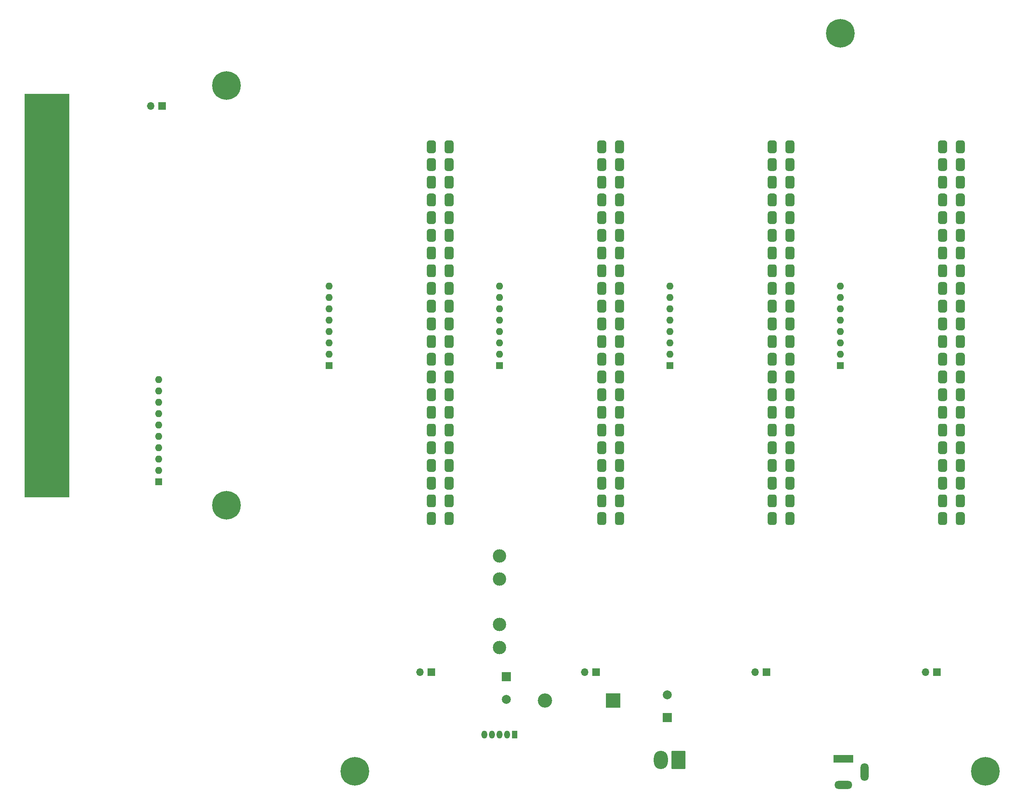
<source format=gbr>
%TF.GenerationSoftware,KiCad,Pcbnew,(5.1.10)-1*%
%TF.CreationDate,2022-08-24T18:43:54-04:00*%
%TF.ProjectId,VIC-20-Rear-Expander,5649432d-3230-42d5-9265-61722d457870,2*%
%TF.SameCoordinates,Original*%
%TF.FileFunction,Soldermask,Bot*%
%TF.FilePolarity,Negative*%
%FSLAX46Y46*%
G04 Gerber Fmt 4.6, Leading zero omitted, Abs format (unit mm)*
G04 Created by KiCad (PCBNEW (5.1.10)-1) date 2022-08-24 18:43:54*
%MOMM*%
%LPD*%
G01*
G04 APERTURE LIST*
%ADD10C,0.100000*%
%ADD11R,9.500000X2.250000*%
%ADD12R,3.200000X3.200000*%
%ADD13O,3.200000X3.200000*%
%ADD14C,3.000000*%
%ADD15O,1.800000X4.000000*%
%ADD16O,4.000000X1.800000*%
%ADD17R,4.400000X1.800000*%
%ADD18R,1.600000X1.600000*%
%ADD19O,1.600000X1.600000*%
%ADD20R,1.700000X1.700000*%
%ADD21O,1.700000X1.700000*%
%ADD22R,1.275000X1.800000*%
%ADD23O,1.275000X1.800000*%
%ADD24R,2.000000X2.000000*%
%ADD25C,2.000000*%
%ADD26O,3.160000X4.100000*%
%ADD27C,6.400000*%
%ADD28C,0.800000*%
G04 APERTURE END LIST*
D10*
%TO.C,X1*%
G36*
X64635000Y-66860000D02*
G01*
X64635000Y-157060000D01*
X74585000Y-157060000D01*
X74585000Y-66860000D01*
X64635000Y-66860000D01*
G37*
X64635000Y-66860000D02*
X64635000Y-157060000D01*
X74585000Y-157060000D01*
X74585000Y-66860000D01*
X64635000Y-66860000D01*
%TD*%
%TO.C,X2*%
G36*
G01*
X160035000Y-80165000D02*
X159035000Y-80165000D01*
G75*
G02*
X158535000Y-79665000I0J500000D01*
G01*
X158535000Y-77815000D01*
G75*
G02*
X159035000Y-77315000I500000J0D01*
G01*
X160035000Y-77315000D01*
G75*
G02*
X160535000Y-77815000I0J-500000D01*
G01*
X160535000Y-79665000D01*
G75*
G02*
X160035000Y-80165000I-500000J0D01*
G01*
G37*
G36*
G01*
X160035000Y-84125000D02*
X159035000Y-84125000D01*
G75*
G02*
X158535000Y-83625000I0J500000D01*
G01*
X158535000Y-81775000D01*
G75*
G02*
X159035000Y-81275000I500000J0D01*
G01*
X160035000Y-81275000D01*
G75*
G02*
X160535000Y-81775000I0J-500000D01*
G01*
X160535000Y-83625000D01*
G75*
G02*
X160035000Y-84125000I-500000J0D01*
G01*
G37*
G36*
G01*
X160035000Y-88085000D02*
X159035000Y-88085000D01*
G75*
G02*
X158535000Y-87585000I0J500000D01*
G01*
X158535000Y-85735000D01*
G75*
G02*
X159035000Y-85235000I500000J0D01*
G01*
X160035000Y-85235000D01*
G75*
G02*
X160535000Y-85735000I0J-500000D01*
G01*
X160535000Y-87585000D01*
G75*
G02*
X160035000Y-88085000I-500000J0D01*
G01*
G37*
G36*
G01*
X160035000Y-92045000D02*
X159035000Y-92045000D01*
G75*
G02*
X158535000Y-91545000I0J500000D01*
G01*
X158535000Y-89695000D01*
G75*
G02*
X159035000Y-89195000I500000J0D01*
G01*
X160035000Y-89195000D01*
G75*
G02*
X160535000Y-89695000I0J-500000D01*
G01*
X160535000Y-91545000D01*
G75*
G02*
X160035000Y-92045000I-500000J0D01*
G01*
G37*
G36*
G01*
X160035000Y-96005000D02*
X159035000Y-96005000D01*
G75*
G02*
X158535000Y-95505000I0J500000D01*
G01*
X158535000Y-93655000D01*
G75*
G02*
X159035000Y-93155000I500000J0D01*
G01*
X160035000Y-93155000D01*
G75*
G02*
X160535000Y-93655000I0J-500000D01*
G01*
X160535000Y-95505000D01*
G75*
G02*
X160035000Y-96005000I-500000J0D01*
G01*
G37*
G36*
G01*
X160035000Y-99965000D02*
X159035000Y-99965000D01*
G75*
G02*
X158535000Y-99465000I0J500000D01*
G01*
X158535000Y-97615000D01*
G75*
G02*
X159035000Y-97115000I500000J0D01*
G01*
X160035000Y-97115000D01*
G75*
G02*
X160535000Y-97615000I0J-500000D01*
G01*
X160535000Y-99465000D01*
G75*
G02*
X160035000Y-99965000I-500000J0D01*
G01*
G37*
G36*
G01*
X160035000Y-103925000D02*
X159035000Y-103925000D01*
G75*
G02*
X158535000Y-103425000I0J500000D01*
G01*
X158535000Y-101575000D01*
G75*
G02*
X159035000Y-101075000I500000J0D01*
G01*
X160035000Y-101075000D01*
G75*
G02*
X160535000Y-101575000I0J-500000D01*
G01*
X160535000Y-103425000D01*
G75*
G02*
X160035000Y-103925000I-500000J0D01*
G01*
G37*
G36*
G01*
X160035000Y-107885000D02*
X159035000Y-107885000D01*
G75*
G02*
X158535000Y-107385000I0J500000D01*
G01*
X158535000Y-105535000D01*
G75*
G02*
X159035000Y-105035000I500000J0D01*
G01*
X160035000Y-105035000D01*
G75*
G02*
X160535000Y-105535000I0J-500000D01*
G01*
X160535000Y-107385000D01*
G75*
G02*
X160035000Y-107885000I-500000J0D01*
G01*
G37*
G36*
G01*
X160035000Y-111845000D02*
X159035000Y-111845000D01*
G75*
G02*
X158535000Y-111345000I0J500000D01*
G01*
X158535000Y-109495000D01*
G75*
G02*
X159035000Y-108995000I500000J0D01*
G01*
X160035000Y-108995000D01*
G75*
G02*
X160535000Y-109495000I0J-500000D01*
G01*
X160535000Y-111345000D01*
G75*
G02*
X160035000Y-111845000I-500000J0D01*
G01*
G37*
G36*
G01*
X160035000Y-115805000D02*
X159035000Y-115805000D01*
G75*
G02*
X158535000Y-115305000I0J500000D01*
G01*
X158535000Y-113455000D01*
G75*
G02*
X159035000Y-112955000I500000J0D01*
G01*
X160035000Y-112955000D01*
G75*
G02*
X160535000Y-113455000I0J-500000D01*
G01*
X160535000Y-115305000D01*
G75*
G02*
X160035000Y-115805000I-500000J0D01*
G01*
G37*
G36*
G01*
X160035000Y-119765000D02*
X159035000Y-119765000D01*
G75*
G02*
X158535000Y-119265000I0J500000D01*
G01*
X158535000Y-117415000D01*
G75*
G02*
X159035000Y-116915000I500000J0D01*
G01*
X160035000Y-116915000D01*
G75*
G02*
X160535000Y-117415000I0J-500000D01*
G01*
X160535000Y-119265000D01*
G75*
G02*
X160035000Y-119765000I-500000J0D01*
G01*
G37*
G36*
G01*
X160035000Y-123725000D02*
X159035000Y-123725000D01*
G75*
G02*
X158535000Y-123225000I0J500000D01*
G01*
X158535000Y-121375000D01*
G75*
G02*
X159035000Y-120875000I500000J0D01*
G01*
X160035000Y-120875000D01*
G75*
G02*
X160535000Y-121375000I0J-500000D01*
G01*
X160535000Y-123225000D01*
G75*
G02*
X160035000Y-123725000I-500000J0D01*
G01*
G37*
G36*
G01*
X160035000Y-127685000D02*
X159035000Y-127685000D01*
G75*
G02*
X158535000Y-127185000I0J500000D01*
G01*
X158535000Y-125335000D01*
G75*
G02*
X159035000Y-124835000I500000J0D01*
G01*
X160035000Y-124835000D01*
G75*
G02*
X160535000Y-125335000I0J-500000D01*
G01*
X160535000Y-127185000D01*
G75*
G02*
X160035000Y-127685000I-500000J0D01*
G01*
G37*
G36*
G01*
X160035000Y-131645000D02*
X159035000Y-131645000D01*
G75*
G02*
X158535000Y-131145000I0J500000D01*
G01*
X158535000Y-129295000D01*
G75*
G02*
X159035000Y-128795000I500000J0D01*
G01*
X160035000Y-128795000D01*
G75*
G02*
X160535000Y-129295000I0J-500000D01*
G01*
X160535000Y-131145000D01*
G75*
G02*
X160035000Y-131645000I-500000J0D01*
G01*
G37*
G36*
G01*
X160035000Y-135605000D02*
X159035000Y-135605000D01*
G75*
G02*
X158535000Y-135105000I0J500000D01*
G01*
X158535000Y-133255000D01*
G75*
G02*
X159035000Y-132755000I500000J0D01*
G01*
X160035000Y-132755000D01*
G75*
G02*
X160535000Y-133255000I0J-500000D01*
G01*
X160535000Y-135105000D01*
G75*
G02*
X160035000Y-135605000I-500000J0D01*
G01*
G37*
G36*
G01*
X160035000Y-139565000D02*
X159035000Y-139565000D01*
G75*
G02*
X158535000Y-139065000I0J500000D01*
G01*
X158535000Y-137215000D01*
G75*
G02*
X159035000Y-136715000I500000J0D01*
G01*
X160035000Y-136715000D01*
G75*
G02*
X160535000Y-137215000I0J-500000D01*
G01*
X160535000Y-139065000D01*
G75*
G02*
X160035000Y-139565000I-500000J0D01*
G01*
G37*
G36*
G01*
X160035000Y-143525000D02*
X159035000Y-143525000D01*
G75*
G02*
X158535000Y-143025000I0J500000D01*
G01*
X158535000Y-141175000D01*
G75*
G02*
X159035000Y-140675000I500000J0D01*
G01*
X160035000Y-140675000D01*
G75*
G02*
X160535000Y-141175000I0J-500000D01*
G01*
X160535000Y-143025000D01*
G75*
G02*
X160035000Y-143525000I-500000J0D01*
G01*
G37*
G36*
G01*
X160035000Y-147485000D02*
X159035000Y-147485000D01*
G75*
G02*
X158535000Y-146985000I0J500000D01*
G01*
X158535000Y-145135000D01*
G75*
G02*
X159035000Y-144635000I500000J0D01*
G01*
X160035000Y-144635000D01*
G75*
G02*
X160535000Y-145135000I0J-500000D01*
G01*
X160535000Y-146985000D01*
G75*
G02*
X160035000Y-147485000I-500000J0D01*
G01*
G37*
G36*
G01*
X160035000Y-151445000D02*
X159035000Y-151445000D01*
G75*
G02*
X158535000Y-150945000I0J500000D01*
G01*
X158535000Y-149095000D01*
G75*
G02*
X159035000Y-148595000I500000J0D01*
G01*
X160035000Y-148595000D01*
G75*
G02*
X160535000Y-149095000I0J-500000D01*
G01*
X160535000Y-150945000D01*
G75*
G02*
X160035000Y-151445000I-500000J0D01*
G01*
G37*
G36*
G01*
X160035000Y-155405000D02*
X159035000Y-155405000D01*
G75*
G02*
X158535000Y-154905000I0J500000D01*
G01*
X158535000Y-153055000D01*
G75*
G02*
X159035000Y-152555000I500000J0D01*
G01*
X160035000Y-152555000D01*
G75*
G02*
X160535000Y-153055000I0J-500000D01*
G01*
X160535000Y-154905000D01*
G75*
G02*
X160035000Y-155405000I-500000J0D01*
G01*
G37*
G36*
G01*
X160035000Y-159365000D02*
X159035000Y-159365000D01*
G75*
G02*
X158535000Y-158865000I0J500000D01*
G01*
X158535000Y-157015000D01*
G75*
G02*
X159035000Y-156515000I500000J0D01*
G01*
X160035000Y-156515000D01*
G75*
G02*
X160535000Y-157015000I0J-500000D01*
G01*
X160535000Y-158865000D01*
G75*
G02*
X160035000Y-159365000I-500000J0D01*
G01*
G37*
G36*
G01*
X160035000Y-163325000D02*
X159035000Y-163325000D01*
G75*
G02*
X158535000Y-162825000I0J500000D01*
G01*
X158535000Y-160975000D01*
G75*
G02*
X159035000Y-160475000I500000J0D01*
G01*
X160035000Y-160475000D01*
G75*
G02*
X160535000Y-160975000I0J-500000D01*
G01*
X160535000Y-162825000D01*
G75*
G02*
X160035000Y-163325000I-500000J0D01*
G01*
G37*
G36*
G01*
X156075000Y-80165000D02*
X155075000Y-80165000D01*
G75*
G02*
X154575000Y-79665000I0J500000D01*
G01*
X154575000Y-77815000D01*
G75*
G02*
X155075000Y-77315000I500000J0D01*
G01*
X156075000Y-77315000D01*
G75*
G02*
X156575000Y-77815000I0J-500000D01*
G01*
X156575000Y-79665000D01*
G75*
G02*
X156075000Y-80165000I-500000J0D01*
G01*
G37*
G36*
G01*
X156075000Y-84125000D02*
X155075000Y-84125000D01*
G75*
G02*
X154575000Y-83625000I0J500000D01*
G01*
X154575000Y-81775000D01*
G75*
G02*
X155075000Y-81275000I500000J0D01*
G01*
X156075000Y-81275000D01*
G75*
G02*
X156575000Y-81775000I0J-500000D01*
G01*
X156575000Y-83625000D01*
G75*
G02*
X156075000Y-84125000I-500000J0D01*
G01*
G37*
G36*
G01*
X156075000Y-88085000D02*
X155075000Y-88085000D01*
G75*
G02*
X154575000Y-87585000I0J500000D01*
G01*
X154575000Y-85735000D01*
G75*
G02*
X155075000Y-85235000I500000J0D01*
G01*
X156075000Y-85235000D01*
G75*
G02*
X156575000Y-85735000I0J-500000D01*
G01*
X156575000Y-87585000D01*
G75*
G02*
X156075000Y-88085000I-500000J0D01*
G01*
G37*
G36*
G01*
X156075000Y-92045000D02*
X155075000Y-92045000D01*
G75*
G02*
X154575000Y-91545000I0J500000D01*
G01*
X154575000Y-89695000D01*
G75*
G02*
X155075000Y-89195000I500000J0D01*
G01*
X156075000Y-89195000D01*
G75*
G02*
X156575000Y-89695000I0J-500000D01*
G01*
X156575000Y-91545000D01*
G75*
G02*
X156075000Y-92045000I-500000J0D01*
G01*
G37*
G36*
G01*
X156075000Y-96005000D02*
X155075000Y-96005000D01*
G75*
G02*
X154575000Y-95505000I0J500000D01*
G01*
X154575000Y-93655000D01*
G75*
G02*
X155075000Y-93155000I500000J0D01*
G01*
X156075000Y-93155000D01*
G75*
G02*
X156575000Y-93655000I0J-500000D01*
G01*
X156575000Y-95505000D01*
G75*
G02*
X156075000Y-96005000I-500000J0D01*
G01*
G37*
G36*
G01*
X156075000Y-99965000D02*
X155075000Y-99965000D01*
G75*
G02*
X154575000Y-99465000I0J500000D01*
G01*
X154575000Y-97615000D01*
G75*
G02*
X155075000Y-97115000I500000J0D01*
G01*
X156075000Y-97115000D01*
G75*
G02*
X156575000Y-97615000I0J-500000D01*
G01*
X156575000Y-99465000D01*
G75*
G02*
X156075000Y-99965000I-500000J0D01*
G01*
G37*
G36*
G01*
X156075000Y-103925000D02*
X155075000Y-103925000D01*
G75*
G02*
X154575000Y-103425000I0J500000D01*
G01*
X154575000Y-101575000D01*
G75*
G02*
X155075000Y-101075000I500000J0D01*
G01*
X156075000Y-101075000D01*
G75*
G02*
X156575000Y-101575000I0J-500000D01*
G01*
X156575000Y-103425000D01*
G75*
G02*
X156075000Y-103925000I-500000J0D01*
G01*
G37*
G36*
G01*
X156075000Y-107885000D02*
X155075000Y-107885000D01*
G75*
G02*
X154575000Y-107385000I0J500000D01*
G01*
X154575000Y-105535000D01*
G75*
G02*
X155075000Y-105035000I500000J0D01*
G01*
X156075000Y-105035000D01*
G75*
G02*
X156575000Y-105535000I0J-500000D01*
G01*
X156575000Y-107385000D01*
G75*
G02*
X156075000Y-107885000I-500000J0D01*
G01*
G37*
G36*
G01*
X156075000Y-111845000D02*
X155075000Y-111845000D01*
G75*
G02*
X154575000Y-111345000I0J500000D01*
G01*
X154575000Y-109495000D01*
G75*
G02*
X155075000Y-108995000I500000J0D01*
G01*
X156075000Y-108995000D01*
G75*
G02*
X156575000Y-109495000I0J-500000D01*
G01*
X156575000Y-111345000D01*
G75*
G02*
X156075000Y-111845000I-500000J0D01*
G01*
G37*
G36*
G01*
X156075000Y-115805000D02*
X155075000Y-115805000D01*
G75*
G02*
X154575000Y-115305000I0J500000D01*
G01*
X154575000Y-113455000D01*
G75*
G02*
X155075000Y-112955000I500000J0D01*
G01*
X156075000Y-112955000D01*
G75*
G02*
X156575000Y-113455000I0J-500000D01*
G01*
X156575000Y-115305000D01*
G75*
G02*
X156075000Y-115805000I-500000J0D01*
G01*
G37*
G36*
G01*
X156075000Y-119765000D02*
X155075000Y-119765000D01*
G75*
G02*
X154575000Y-119265000I0J500000D01*
G01*
X154575000Y-117415000D01*
G75*
G02*
X155075000Y-116915000I500000J0D01*
G01*
X156075000Y-116915000D01*
G75*
G02*
X156575000Y-117415000I0J-500000D01*
G01*
X156575000Y-119265000D01*
G75*
G02*
X156075000Y-119765000I-500000J0D01*
G01*
G37*
G36*
G01*
X156075000Y-123725000D02*
X155075000Y-123725000D01*
G75*
G02*
X154575000Y-123225000I0J500000D01*
G01*
X154575000Y-121375000D01*
G75*
G02*
X155075000Y-120875000I500000J0D01*
G01*
X156075000Y-120875000D01*
G75*
G02*
X156575000Y-121375000I0J-500000D01*
G01*
X156575000Y-123225000D01*
G75*
G02*
X156075000Y-123725000I-500000J0D01*
G01*
G37*
G36*
G01*
X156075000Y-127685000D02*
X155075000Y-127685000D01*
G75*
G02*
X154575000Y-127185000I0J500000D01*
G01*
X154575000Y-125335000D01*
G75*
G02*
X155075000Y-124835000I500000J0D01*
G01*
X156075000Y-124835000D01*
G75*
G02*
X156575000Y-125335000I0J-500000D01*
G01*
X156575000Y-127185000D01*
G75*
G02*
X156075000Y-127685000I-500000J0D01*
G01*
G37*
G36*
G01*
X156075000Y-131645000D02*
X155075000Y-131645000D01*
G75*
G02*
X154575000Y-131145000I0J500000D01*
G01*
X154575000Y-129295000D01*
G75*
G02*
X155075000Y-128795000I500000J0D01*
G01*
X156075000Y-128795000D01*
G75*
G02*
X156575000Y-129295000I0J-500000D01*
G01*
X156575000Y-131145000D01*
G75*
G02*
X156075000Y-131645000I-500000J0D01*
G01*
G37*
G36*
G01*
X156075000Y-135605000D02*
X155075000Y-135605000D01*
G75*
G02*
X154575000Y-135105000I0J500000D01*
G01*
X154575000Y-133255000D01*
G75*
G02*
X155075000Y-132755000I500000J0D01*
G01*
X156075000Y-132755000D01*
G75*
G02*
X156575000Y-133255000I0J-500000D01*
G01*
X156575000Y-135105000D01*
G75*
G02*
X156075000Y-135605000I-500000J0D01*
G01*
G37*
G36*
G01*
X156075000Y-139565000D02*
X155075000Y-139565000D01*
G75*
G02*
X154575000Y-139065000I0J500000D01*
G01*
X154575000Y-137215000D01*
G75*
G02*
X155075000Y-136715000I500000J0D01*
G01*
X156075000Y-136715000D01*
G75*
G02*
X156575000Y-137215000I0J-500000D01*
G01*
X156575000Y-139065000D01*
G75*
G02*
X156075000Y-139565000I-500000J0D01*
G01*
G37*
G36*
G01*
X156075000Y-143525000D02*
X155075000Y-143525000D01*
G75*
G02*
X154575000Y-143025000I0J500000D01*
G01*
X154575000Y-141175000D01*
G75*
G02*
X155075000Y-140675000I500000J0D01*
G01*
X156075000Y-140675000D01*
G75*
G02*
X156575000Y-141175000I0J-500000D01*
G01*
X156575000Y-143025000D01*
G75*
G02*
X156075000Y-143525000I-500000J0D01*
G01*
G37*
G36*
G01*
X156075000Y-147485000D02*
X155075000Y-147485000D01*
G75*
G02*
X154575000Y-146985000I0J500000D01*
G01*
X154575000Y-145135000D01*
G75*
G02*
X155075000Y-144635000I500000J0D01*
G01*
X156075000Y-144635000D01*
G75*
G02*
X156575000Y-145135000I0J-500000D01*
G01*
X156575000Y-146985000D01*
G75*
G02*
X156075000Y-147485000I-500000J0D01*
G01*
G37*
G36*
G01*
X156075000Y-151445000D02*
X155075000Y-151445000D01*
G75*
G02*
X154575000Y-150945000I0J500000D01*
G01*
X154575000Y-149095000D01*
G75*
G02*
X155075000Y-148595000I500000J0D01*
G01*
X156075000Y-148595000D01*
G75*
G02*
X156575000Y-149095000I0J-500000D01*
G01*
X156575000Y-150945000D01*
G75*
G02*
X156075000Y-151445000I-500000J0D01*
G01*
G37*
G36*
G01*
X156075000Y-155405000D02*
X155075000Y-155405000D01*
G75*
G02*
X154575000Y-154905000I0J500000D01*
G01*
X154575000Y-153055000D01*
G75*
G02*
X155075000Y-152555000I500000J0D01*
G01*
X156075000Y-152555000D01*
G75*
G02*
X156575000Y-153055000I0J-500000D01*
G01*
X156575000Y-154905000D01*
G75*
G02*
X156075000Y-155405000I-500000J0D01*
G01*
G37*
G36*
G01*
X156075000Y-159365000D02*
X155075000Y-159365000D01*
G75*
G02*
X154575000Y-158865000I0J500000D01*
G01*
X154575000Y-157015000D01*
G75*
G02*
X155075000Y-156515000I500000J0D01*
G01*
X156075000Y-156515000D01*
G75*
G02*
X156575000Y-157015000I0J-500000D01*
G01*
X156575000Y-158865000D01*
G75*
G02*
X156075000Y-159365000I-500000J0D01*
G01*
G37*
G36*
G01*
X156075000Y-163325000D02*
X155075000Y-163325000D01*
G75*
G02*
X154575000Y-162825000I0J500000D01*
G01*
X154575000Y-160975000D01*
G75*
G02*
X155075000Y-160475000I500000J0D01*
G01*
X156075000Y-160475000D01*
G75*
G02*
X156575000Y-160975000I0J-500000D01*
G01*
X156575000Y-162825000D01*
G75*
G02*
X156075000Y-163325000I-500000J0D01*
G01*
G37*
%TD*%
%TO.C,X3*%
G36*
G01*
X198135000Y-80165000D02*
X197135000Y-80165000D01*
G75*
G02*
X196635000Y-79665000I0J500000D01*
G01*
X196635000Y-77815000D01*
G75*
G02*
X197135000Y-77315000I500000J0D01*
G01*
X198135000Y-77315000D01*
G75*
G02*
X198635000Y-77815000I0J-500000D01*
G01*
X198635000Y-79665000D01*
G75*
G02*
X198135000Y-80165000I-500000J0D01*
G01*
G37*
G36*
G01*
X198135000Y-84125000D02*
X197135000Y-84125000D01*
G75*
G02*
X196635000Y-83625000I0J500000D01*
G01*
X196635000Y-81775000D01*
G75*
G02*
X197135000Y-81275000I500000J0D01*
G01*
X198135000Y-81275000D01*
G75*
G02*
X198635000Y-81775000I0J-500000D01*
G01*
X198635000Y-83625000D01*
G75*
G02*
X198135000Y-84125000I-500000J0D01*
G01*
G37*
G36*
G01*
X198135000Y-88085000D02*
X197135000Y-88085000D01*
G75*
G02*
X196635000Y-87585000I0J500000D01*
G01*
X196635000Y-85735000D01*
G75*
G02*
X197135000Y-85235000I500000J0D01*
G01*
X198135000Y-85235000D01*
G75*
G02*
X198635000Y-85735000I0J-500000D01*
G01*
X198635000Y-87585000D01*
G75*
G02*
X198135000Y-88085000I-500000J0D01*
G01*
G37*
G36*
G01*
X198135000Y-92045000D02*
X197135000Y-92045000D01*
G75*
G02*
X196635000Y-91545000I0J500000D01*
G01*
X196635000Y-89695000D01*
G75*
G02*
X197135000Y-89195000I500000J0D01*
G01*
X198135000Y-89195000D01*
G75*
G02*
X198635000Y-89695000I0J-500000D01*
G01*
X198635000Y-91545000D01*
G75*
G02*
X198135000Y-92045000I-500000J0D01*
G01*
G37*
G36*
G01*
X198135000Y-96005000D02*
X197135000Y-96005000D01*
G75*
G02*
X196635000Y-95505000I0J500000D01*
G01*
X196635000Y-93655000D01*
G75*
G02*
X197135000Y-93155000I500000J0D01*
G01*
X198135000Y-93155000D01*
G75*
G02*
X198635000Y-93655000I0J-500000D01*
G01*
X198635000Y-95505000D01*
G75*
G02*
X198135000Y-96005000I-500000J0D01*
G01*
G37*
G36*
G01*
X198135000Y-99965000D02*
X197135000Y-99965000D01*
G75*
G02*
X196635000Y-99465000I0J500000D01*
G01*
X196635000Y-97615000D01*
G75*
G02*
X197135000Y-97115000I500000J0D01*
G01*
X198135000Y-97115000D01*
G75*
G02*
X198635000Y-97615000I0J-500000D01*
G01*
X198635000Y-99465000D01*
G75*
G02*
X198135000Y-99965000I-500000J0D01*
G01*
G37*
G36*
G01*
X198135000Y-103925000D02*
X197135000Y-103925000D01*
G75*
G02*
X196635000Y-103425000I0J500000D01*
G01*
X196635000Y-101575000D01*
G75*
G02*
X197135000Y-101075000I500000J0D01*
G01*
X198135000Y-101075000D01*
G75*
G02*
X198635000Y-101575000I0J-500000D01*
G01*
X198635000Y-103425000D01*
G75*
G02*
X198135000Y-103925000I-500000J0D01*
G01*
G37*
G36*
G01*
X198135000Y-107885000D02*
X197135000Y-107885000D01*
G75*
G02*
X196635000Y-107385000I0J500000D01*
G01*
X196635000Y-105535000D01*
G75*
G02*
X197135000Y-105035000I500000J0D01*
G01*
X198135000Y-105035000D01*
G75*
G02*
X198635000Y-105535000I0J-500000D01*
G01*
X198635000Y-107385000D01*
G75*
G02*
X198135000Y-107885000I-500000J0D01*
G01*
G37*
G36*
G01*
X198135000Y-111845000D02*
X197135000Y-111845000D01*
G75*
G02*
X196635000Y-111345000I0J500000D01*
G01*
X196635000Y-109495000D01*
G75*
G02*
X197135000Y-108995000I500000J0D01*
G01*
X198135000Y-108995000D01*
G75*
G02*
X198635000Y-109495000I0J-500000D01*
G01*
X198635000Y-111345000D01*
G75*
G02*
X198135000Y-111845000I-500000J0D01*
G01*
G37*
G36*
G01*
X198135000Y-115805000D02*
X197135000Y-115805000D01*
G75*
G02*
X196635000Y-115305000I0J500000D01*
G01*
X196635000Y-113455000D01*
G75*
G02*
X197135000Y-112955000I500000J0D01*
G01*
X198135000Y-112955000D01*
G75*
G02*
X198635000Y-113455000I0J-500000D01*
G01*
X198635000Y-115305000D01*
G75*
G02*
X198135000Y-115805000I-500000J0D01*
G01*
G37*
G36*
G01*
X198135000Y-119765000D02*
X197135000Y-119765000D01*
G75*
G02*
X196635000Y-119265000I0J500000D01*
G01*
X196635000Y-117415000D01*
G75*
G02*
X197135000Y-116915000I500000J0D01*
G01*
X198135000Y-116915000D01*
G75*
G02*
X198635000Y-117415000I0J-500000D01*
G01*
X198635000Y-119265000D01*
G75*
G02*
X198135000Y-119765000I-500000J0D01*
G01*
G37*
G36*
G01*
X198135000Y-123725000D02*
X197135000Y-123725000D01*
G75*
G02*
X196635000Y-123225000I0J500000D01*
G01*
X196635000Y-121375000D01*
G75*
G02*
X197135000Y-120875000I500000J0D01*
G01*
X198135000Y-120875000D01*
G75*
G02*
X198635000Y-121375000I0J-500000D01*
G01*
X198635000Y-123225000D01*
G75*
G02*
X198135000Y-123725000I-500000J0D01*
G01*
G37*
G36*
G01*
X198135000Y-127685000D02*
X197135000Y-127685000D01*
G75*
G02*
X196635000Y-127185000I0J500000D01*
G01*
X196635000Y-125335000D01*
G75*
G02*
X197135000Y-124835000I500000J0D01*
G01*
X198135000Y-124835000D01*
G75*
G02*
X198635000Y-125335000I0J-500000D01*
G01*
X198635000Y-127185000D01*
G75*
G02*
X198135000Y-127685000I-500000J0D01*
G01*
G37*
G36*
G01*
X198135000Y-131645000D02*
X197135000Y-131645000D01*
G75*
G02*
X196635000Y-131145000I0J500000D01*
G01*
X196635000Y-129295000D01*
G75*
G02*
X197135000Y-128795000I500000J0D01*
G01*
X198135000Y-128795000D01*
G75*
G02*
X198635000Y-129295000I0J-500000D01*
G01*
X198635000Y-131145000D01*
G75*
G02*
X198135000Y-131645000I-500000J0D01*
G01*
G37*
G36*
G01*
X198135000Y-135605000D02*
X197135000Y-135605000D01*
G75*
G02*
X196635000Y-135105000I0J500000D01*
G01*
X196635000Y-133255000D01*
G75*
G02*
X197135000Y-132755000I500000J0D01*
G01*
X198135000Y-132755000D01*
G75*
G02*
X198635000Y-133255000I0J-500000D01*
G01*
X198635000Y-135105000D01*
G75*
G02*
X198135000Y-135605000I-500000J0D01*
G01*
G37*
G36*
G01*
X198135000Y-139565000D02*
X197135000Y-139565000D01*
G75*
G02*
X196635000Y-139065000I0J500000D01*
G01*
X196635000Y-137215000D01*
G75*
G02*
X197135000Y-136715000I500000J0D01*
G01*
X198135000Y-136715000D01*
G75*
G02*
X198635000Y-137215000I0J-500000D01*
G01*
X198635000Y-139065000D01*
G75*
G02*
X198135000Y-139565000I-500000J0D01*
G01*
G37*
G36*
G01*
X198135000Y-143525000D02*
X197135000Y-143525000D01*
G75*
G02*
X196635000Y-143025000I0J500000D01*
G01*
X196635000Y-141175000D01*
G75*
G02*
X197135000Y-140675000I500000J0D01*
G01*
X198135000Y-140675000D01*
G75*
G02*
X198635000Y-141175000I0J-500000D01*
G01*
X198635000Y-143025000D01*
G75*
G02*
X198135000Y-143525000I-500000J0D01*
G01*
G37*
G36*
G01*
X198135000Y-147485000D02*
X197135000Y-147485000D01*
G75*
G02*
X196635000Y-146985000I0J500000D01*
G01*
X196635000Y-145135000D01*
G75*
G02*
X197135000Y-144635000I500000J0D01*
G01*
X198135000Y-144635000D01*
G75*
G02*
X198635000Y-145135000I0J-500000D01*
G01*
X198635000Y-146985000D01*
G75*
G02*
X198135000Y-147485000I-500000J0D01*
G01*
G37*
G36*
G01*
X198135000Y-151445000D02*
X197135000Y-151445000D01*
G75*
G02*
X196635000Y-150945000I0J500000D01*
G01*
X196635000Y-149095000D01*
G75*
G02*
X197135000Y-148595000I500000J0D01*
G01*
X198135000Y-148595000D01*
G75*
G02*
X198635000Y-149095000I0J-500000D01*
G01*
X198635000Y-150945000D01*
G75*
G02*
X198135000Y-151445000I-500000J0D01*
G01*
G37*
G36*
G01*
X198135000Y-155405000D02*
X197135000Y-155405000D01*
G75*
G02*
X196635000Y-154905000I0J500000D01*
G01*
X196635000Y-153055000D01*
G75*
G02*
X197135000Y-152555000I500000J0D01*
G01*
X198135000Y-152555000D01*
G75*
G02*
X198635000Y-153055000I0J-500000D01*
G01*
X198635000Y-154905000D01*
G75*
G02*
X198135000Y-155405000I-500000J0D01*
G01*
G37*
G36*
G01*
X198135000Y-159365000D02*
X197135000Y-159365000D01*
G75*
G02*
X196635000Y-158865000I0J500000D01*
G01*
X196635000Y-157015000D01*
G75*
G02*
X197135000Y-156515000I500000J0D01*
G01*
X198135000Y-156515000D01*
G75*
G02*
X198635000Y-157015000I0J-500000D01*
G01*
X198635000Y-158865000D01*
G75*
G02*
X198135000Y-159365000I-500000J0D01*
G01*
G37*
G36*
G01*
X198135000Y-163325000D02*
X197135000Y-163325000D01*
G75*
G02*
X196635000Y-162825000I0J500000D01*
G01*
X196635000Y-160975000D01*
G75*
G02*
X197135000Y-160475000I500000J0D01*
G01*
X198135000Y-160475000D01*
G75*
G02*
X198635000Y-160975000I0J-500000D01*
G01*
X198635000Y-162825000D01*
G75*
G02*
X198135000Y-163325000I-500000J0D01*
G01*
G37*
G36*
G01*
X194175000Y-80165000D02*
X193175000Y-80165000D01*
G75*
G02*
X192675000Y-79665000I0J500000D01*
G01*
X192675000Y-77815000D01*
G75*
G02*
X193175000Y-77315000I500000J0D01*
G01*
X194175000Y-77315000D01*
G75*
G02*
X194675000Y-77815000I0J-500000D01*
G01*
X194675000Y-79665000D01*
G75*
G02*
X194175000Y-80165000I-500000J0D01*
G01*
G37*
G36*
G01*
X194175000Y-84125000D02*
X193175000Y-84125000D01*
G75*
G02*
X192675000Y-83625000I0J500000D01*
G01*
X192675000Y-81775000D01*
G75*
G02*
X193175000Y-81275000I500000J0D01*
G01*
X194175000Y-81275000D01*
G75*
G02*
X194675000Y-81775000I0J-500000D01*
G01*
X194675000Y-83625000D01*
G75*
G02*
X194175000Y-84125000I-500000J0D01*
G01*
G37*
G36*
G01*
X194175000Y-88085000D02*
X193175000Y-88085000D01*
G75*
G02*
X192675000Y-87585000I0J500000D01*
G01*
X192675000Y-85735000D01*
G75*
G02*
X193175000Y-85235000I500000J0D01*
G01*
X194175000Y-85235000D01*
G75*
G02*
X194675000Y-85735000I0J-500000D01*
G01*
X194675000Y-87585000D01*
G75*
G02*
X194175000Y-88085000I-500000J0D01*
G01*
G37*
G36*
G01*
X194175000Y-92045000D02*
X193175000Y-92045000D01*
G75*
G02*
X192675000Y-91545000I0J500000D01*
G01*
X192675000Y-89695000D01*
G75*
G02*
X193175000Y-89195000I500000J0D01*
G01*
X194175000Y-89195000D01*
G75*
G02*
X194675000Y-89695000I0J-500000D01*
G01*
X194675000Y-91545000D01*
G75*
G02*
X194175000Y-92045000I-500000J0D01*
G01*
G37*
G36*
G01*
X194175000Y-96005000D02*
X193175000Y-96005000D01*
G75*
G02*
X192675000Y-95505000I0J500000D01*
G01*
X192675000Y-93655000D01*
G75*
G02*
X193175000Y-93155000I500000J0D01*
G01*
X194175000Y-93155000D01*
G75*
G02*
X194675000Y-93655000I0J-500000D01*
G01*
X194675000Y-95505000D01*
G75*
G02*
X194175000Y-96005000I-500000J0D01*
G01*
G37*
G36*
G01*
X194175000Y-99965000D02*
X193175000Y-99965000D01*
G75*
G02*
X192675000Y-99465000I0J500000D01*
G01*
X192675000Y-97615000D01*
G75*
G02*
X193175000Y-97115000I500000J0D01*
G01*
X194175000Y-97115000D01*
G75*
G02*
X194675000Y-97615000I0J-500000D01*
G01*
X194675000Y-99465000D01*
G75*
G02*
X194175000Y-99965000I-500000J0D01*
G01*
G37*
G36*
G01*
X194175000Y-103925000D02*
X193175000Y-103925000D01*
G75*
G02*
X192675000Y-103425000I0J500000D01*
G01*
X192675000Y-101575000D01*
G75*
G02*
X193175000Y-101075000I500000J0D01*
G01*
X194175000Y-101075000D01*
G75*
G02*
X194675000Y-101575000I0J-500000D01*
G01*
X194675000Y-103425000D01*
G75*
G02*
X194175000Y-103925000I-500000J0D01*
G01*
G37*
G36*
G01*
X194175000Y-107885000D02*
X193175000Y-107885000D01*
G75*
G02*
X192675000Y-107385000I0J500000D01*
G01*
X192675000Y-105535000D01*
G75*
G02*
X193175000Y-105035000I500000J0D01*
G01*
X194175000Y-105035000D01*
G75*
G02*
X194675000Y-105535000I0J-500000D01*
G01*
X194675000Y-107385000D01*
G75*
G02*
X194175000Y-107885000I-500000J0D01*
G01*
G37*
G36*
G01*
X194175000Y-111845000D02*
X193175000Y-111845000D01*
G75*
G02*
X192675000Y-111345000I0J500000D01*
G01*
X192675000Y-109495000D01*
G75*
G02*
X193175000Y-108995000I500000J0D01*
G01*
X194175000Y-108995000D01*
G75*
G02*
X194675000Y-109495000I0J-500000D01*
G01*
X194675000Y-111345000D01*
G75*
G02*
X194175000Y-111845000I-500000J0D01*
G01*
G37*
G36*
G01*
X194175000Y-115805000D02*
X193175000Y-115805000D01*
G75*
G02*
X192675000Y-115305000I0J500000D01*
G01*
X192675000Y-113455000D01*
G75*
G02*
X193175000Y-112955000I500000J0D01*
G01*
X194175000Y-112955000D01*
G75*
G02*
X194675000Y-113455000I0J-500000D01*
G01*
X194675000Y-115305000D01*
G75*
G02*
X194175000Y-115805000I-500000J0D01*
G01*
G37*
G36*
G01*
X194175000Y-119765000D02*
X193175000Y-119765000D01*
G75*
G02*
X192675000Y-119265000I0J500000D01*
G01*
X192675000Y-117415000D01*
G75*
G02*
X193175000Y-116915000I500000J0D01*
G01*
X194175000Y-116915000D01*
G75*
G02*
X194675000Y-117415000I0J-500000D01*
G01*
X194675000Y-119265000D01*
G75*
G02*
X194175000Y-119765000I-500000J0D01*
G01*
G37*
G36*
G01*
X194175000Y-123725000D02*
X193175000Y-123725000D01*
G75*
G02*
X192675000Y-123225000I0J500000D01*
G01*
X192675000Y-121375000D01*
G75*
G02*
X193175000Y-120875000I500000J0D01*
G01*
X194175000Y-120875000D01*
G75*
G02*
X194675000Y-121375000I0J-500000D01*
G01*
X194675000Y-123225000D01*
G75*
G02*
X194175000Y-123725000I-500000J0D01*
G01*
G37*
G36*
G01*
X194175000Y-127685000D02*
X193175000Y-127685000D01*
G75*
G02*
X192675000Y-127185000I0J500000D01*
G01*
X192675000Y-125335000D01*
G75*
G02*
X193175000Y-124835000I500000J0D01*
G01*
X194175000Y-124835000D01*
G75*
G02*
X194675000Y-125335000I0J-500000D01*
G01*
X194675000Y-127185000D01*
G75*
G02*
X194175000Y-127685000I-500000J0D01*
G01*
G37*
G36*
G01*
X194175000Y-131645000D02*
X193175000Y-131645000D01*
G75*
G02*
X192675000Y-131145000I0J500000D01*
G01*
X192675000Y-129295000D01*
G75*
G02*
X193175000Y-128795000I500000J0D01*
G01*
X194175000Y-128795000D01*
G75*
G02*
X194675000Y-129295000I0J-500000D01*
G01*
X194675000Y-131145000D01*
G75*
G02*
X194175000Y-131645000I-500000J0D01*
G01*
G37*
G36*
G01*
X194175000Y-135605000D02*
X193175000Y-135605000D01*
G75*
G02*
X192675000Y-135105000I0J500000D01*
G01*
X192675000Y-133255000D01*
G75*
G02*
X193175000Y-132755000I500000J0D01*
G01*
X194175000Y-132755000D01*
G75*
G02*
X194675000Y-133255000I0J-500000D01*
G01*
X194675000Y-135105000D01*
G75*
G02*
X194175000Y-135605000I-500000J0D01*
G01*
G37*
G36*
G01*
X194175000Y-139565000D02*
X193175000Y-139565000D01*
G75*
G02*
X192675000Y-139065000I0J500000D01*
G01*
X192675000Y-137215000D01*
G75*
G02*
X193175000Y-136715000I500000J0D01*
G01*
X194175000Y-136715000D01*
G75*
G02*
X194675000Y-137215000I0J-500000D01*
G01*
X194675000Y-139065000D01*
G75*
G02*
X194175000Y-139565000I-500000J0D01*
G01*
G37*
G36*
G01*
X194175000Y-143525000D02*
X193175000Y-143525000D01*
G75*
G02*
X192675000Y-143025000I0J500000D01*
G01*
X192675000Y-141175000D01*
G75*
G02*
X193175000Y-140675000I500000J0D01*
G01*
X194175000Y-140675000D01*
G75*
G02*
X194675000Y-141175000I0J-500000D01*
G01*
X194675000Y-143025000D01*
G75*
G02*
X194175000Y-143525000I-500000J0D01*
G01*
G37*
G36*
G01*
X194175000Y-147485000D02*
X193175000Y-147485000D01*
G75*
G02*
X192675000Y-146985000I0J500000D01*
G01*
X192675000Y-145135000D01*
G75*
G02*
X193175000Y-144635000I500000J0D01*
G01*
X194175000Y-144635000D01*
G75*
G02*
X194675000Y-145135000I0J-500000D01*
G01*
X194675000Y-146985000D01*
G75*
G02*
X194175000Y-147485000I-500000J0D01*
G01*
G37*
G36*
G01*
X194175000Y-151445000D02*
X193175000Y-151445000D01*
G75*
G02*
X192675000Y-150945000I0J500000D01*
G01*
X192675000Y-149095000D01*
G75*
G02*
X193175000Y-148595000I500000J0D01*
G01*
X194175000Y-148595000D01*
G75*
G02*
X194675000Y-149095000I0J-500000D01*
G01*
X194675000Y-150945000D01*
G75*
G02*
X194175000Y-151445000I-500000J0D01*
G01*
G37*
G36*
G01*
X194175000Y-155405000D02*
X193175000Y-155405000D01*
G75*
G02*
X192675000Y-154905000I0J500000D01*
G01*
X192675000Y-153055000D01*
G75*
G02*
X193175000Y-152555000I500000J0D01*
G01*
X194175000Y-152555000D01*
G75*
G02*
X194675000Y-153055000I0J-500000D01*
G01*
X194675000Y-154905000D01*
G75*
G02*
X194175000Y-155405000I-500000J0D01*
G01*
G37*
G36*
G01*
X194175000Y-159365000D02*
X193175000Y-159365000D01*
G75*
G02*
X192675000Y-158865000I0J500000D01*
G01*
X192675000Y-157015000D01*
G75*
G02*
X193175000Y-156515000I500000J0D01*
G01*
X194175000Y-156515000D01*
G75*
G02*
X194675000Y-157015000I0J-500000D01*
G01*
X194675000Y-158865000D01*
G75*
G02*
X194175000Y-159365000I-500000J0D01*
G01*
G37*
G36*
G01*
X194175000Y-163325000D02*
X193175000Y-163325000D01*
G75*
G02*
X192675000Y-162825000I0J500000D01*
G01*
X192675000Y-160975000D01*
G75*
G02*
X193175000Y-160475000I500000J0D01*
G01*
X194175000Y-160475000D01*
G75*
G02*
X194675000Y-160975000I0J-500000D01*
G01*
X194675000Y-162825000D01*
G75*
G02*
X194175000Y-163325000I-500000J0D01*
G01*
G37*
%TD*%
%TO.C,X4*%
G36*
G01*
X236235000Y-80165000D02*
X235235000Y-80165000D01*
G75*
G02*
X234735000Y-79665000I0J500000D01*
G01*
X234735000Y-77815000D01*
G75*
G02*
X235235000Y-77315000I500000J0D01*
G01*
X236235000Y-77315000D01*
G75*
G02*
X236735000Y-77815000I0J-500000D01*
G01*
X236735000Y-79665000D01*
G75*
G02*
X236235000Y-80165000I-500000J0D01*
G01*
G37*
G36*
G01*
X236235000Y-84125000D02*
X235235000Y-84125000D01*
G75*
G02*
X234735000Y-83625000I0J500000D01*
G01*
X234735000Y-81775000D01*
G75*
G02*
X235235000Y-81275000I500000J0D01*
G01*
X236235000Y-81275000D01*
G75*
G02*
X236735000Y-81775000I0J-500000D01*
G01*
X236735000Y-83625000D01*
G75*
G02*
X236235000Y-84125000I-500000J0D01*
G01*
G37*
G36*
G01*
X236235000Y-88085000D02*
X235235000Y-88085000D01*
G75*
G02*
X234735000Y-87585000I0J500000D01*
G01*
X234735000Y-85735000D01*
G75*
G02*
X235235000Y-85235000I500000J0D01*
G01*
X236235000Y-85235000D01*
G75*
G02*
X236735000Y-85735000I0J-500000D01*
G01*
X236735000Y-87585000D01*
G75*
G02*
X236235000Y-88085000I-500000J0D01*
G01*
G37*
G36*
G01*
X236235000Y-92045000D02*
X235235000Y-92045000D01*
G75*
G02*
X234735000Y-91545000I0J500000D01*
G01*
X234735000Y-89695000D01*
G75*
G02*
X235235000Y-89195000I500000J0D01*
G01*
X236235000Y-89195000D01*
G75*
G02*
X236735000Y-89695000I0J-500000D01*
G01*
X236735000Y-91545000D01*
G75*
G02*
X236235000Y-92045000I-500000J0D01*
G01*
G37*
G36*
G01*
X236235000Y-96005000D02*
X235235000Y-96005000D01*
G75*
G02*
X234735000Y-95505000I0J500000D01*
G01*
X234735000Y-93655000D01*
G75*
G02*
X235235000Y-93155000I500000J0D01*
G01*
X236235000Y-93155000D01*
G75*
G02*
X236735000Y-93655000I0J-500000D01*
G01*
X236735000Y-95505000D01*
G75*
G02*
X236235000Y-96005000I-500000J0D01*
G01*
G37*
G36*
G01*
X236235000Y-99965000D02*
X235235000Y-99965000D01*
G75*
G02*
X234735000Y-99465000I0J500000D01*
G01*
X234735000Y-97615000D01*
G75*
G02*
X235235000Y-97115000I500000J0D01*
G01*
X236235000Y-97115000D01*
G75*
G02*
X236735000Y-97615000I0J-500000D01*
G01*
X236735000Y-99465000D01*
G75*
G02*
X236235000Y-99965000I-500000J0D01*
G01*
G37*
G36*
G01*
X236235000Y-103925000D02*
X235235000Y-103925000D01*
G75*
G02*
X234735000Y-103425000I0J500000D01*
G01*
X234735000Y-101575000D01*
G75*
G02*
X235235000Y-101075000I500000J0D01*
G01*
X236235000Y-101075000D01*
G75*
G02*
X236735000Y-101575000I0J-500000D01*
G01*
X236735000Y-103425000D01*
G75*
G02*
X236235000Y-103925000I-500000J0D01*
G01*
G37*
G36*
G01*
X236235000Y-107885000D02*
X235235000Y-107885000D01*
G75*
G02*
X234735000Y-107385000I0J500000D01*
G01*
X234735000Y-105535000D01*
G75*
G02*
X235235000Y-105035000I500000J0D01*
G01*
X236235000Y-105035000D01*
G75*
G02*
X236735000Y-105535000I0J-500000D01*
G01*
X236735000Y-107385000D01*
G75*
G02*
X236235000Y-107885000I-500000J0D01*
G01*
G37*
G36*
G01*
X236235000Y-111845000D02*
X235235000Y-111845000D01*
G75*
G02*
X234735000Y-111345000I0J500000D01*
G01*
X234735000Y-109495000D01*
G75*
G02*
X235235000Y-108995000I500000J0D01*
G01*
X236235000Y-108995000D01*
G75*
G02*
X236735000Y-109495000I0J-500000D01*
G01*
X236735000Y-111345000D01*
G75*
G02*
X236235000Y-111845000I-500000J0D01*
G01*
G37*
G36*
G01*
X236235000Y-115805000D02*
X235235000Y-115805000D01*
G75*
G02*
X234735000Y-115305000I0J500000D01*
G01*
X234735000Y-113455000D01*
G75*
G02*
X235235000Y-112955000I500000J0D01*
G01*
X236235000Y-112955000D01*
G75*
G02*
X236735000Y-113455000I0J-500000D01*
G01*
X236735000Y-115305000D01*
G75*
G02*
X236235000Y-115805000I-500000J0D01*
G01*
G37*
G36*
G01*
X236235000Y-119765000D02*
X235235000Y-119765000D01*
G75*
G02*
X234735000Y-119265000I0J500000D01*
G01*
X234735000Y-117415000D01*
G75*
G02*
X235235000Y-116915000I500000J0D01*
G01*
X236235000Y-116915000D01*
G75*
G02*
X236735000Y-117415000I0J-500000D01*
G01*
X236735000Y-119265000D01*
G75*
G02*
X236235000Y-119765000I-500000J0D01*
G01*
G37*
G36*
G01*
X236235000Y-123725000D02*
X235235000Y-123725000D01*
G75*
G02*
X234735000Y-123225000I0J500000D01*
G01*
X234735000Y-121375000D01*
G75*
G02*
X235235000Y-120875000I500000J0D01*
G01*
X236235000Y-120875000D01*
G75*
G02*
X236735000Y-121375000I0J-500000D01*
G01*
X236735000Y-123225000D01*
G75*
G02*
X236235000Y-123725000I-500000J0D01*
G01*
G37*
G36*
G01*
X236235000Y-127685000D02*
X235235000Y-127685000D01*
G75*
G02*
X234735000Y-127185000I0J500000D01*
G01*
X234735000Y-125335000D01*
G75*
G02*
X235235000Y-124835000I500000J0D01*
G01*
X236235000Y-124835000D01*
G75*
G02*
X236735000Y-125335000I0J-500000D01*
G01*
X236735000Y-127185000D01*
G75*
G02*
X236235000Y-127685000I-500000J0D01*
G01*
G37*
G36*
G01*
X236235000Y-131645000D02*
X235235000Y-131645000D01*
G75*
G02*
X234735000Y-131145000I0J500000D01*
G01*
X234735000Y-129295000D01*
G75*
G02*
X235235000Y-128795000I500000J0D01*
G01*
X236235000Y-128795000D01*
G75*
G02*
X236735000Y-129295000I0J-500000D01*
G01*
X236735000Y-131145000D01*
G75*
G02*
X236235000Y-131645000I-500000J0D01*
G01*
G37*
G36*
G01*
X236235000Y-135605000D02*
X235235000Y-135605000D01*
G75*
G02*
X234735000Y-135105000I0J500000D01*
G01*
X234735000Y-133255000D01*
G75*
G02*
X235235000Y-132755000I500000J0D01*
G01*
X236235000Y-132755000D01*
G75*
G02*
X236735000Y-133255000I0J-500000D01*
G01*
X236735000Y-135105000D01*
G75*
G02*
X236235000Y-135605000I-500000J0D01*
G01*
G37*
G36*
G01*
X236235000Y-139565000D02*
X235235000Y-139565000D01*
G75*
G02*
X234735000Y-139065000I0J500000D01*
G01*
X234735000Y-137215000D01*
G75*
G02*
X235235000Y-136715000I500000J0D01*
G01*
X236235000Y-136715000D01*
G75*
G02*
X236735000Y-137215000I0J-500000D01*
G01*
X236735000Y-139065000D01*
G75*
G02*
X236235000Y-139565000I-500000J0D01*
G01*
G37*
G36*
G01*
X236235000Y-143525000D02*
X235235000Y-143525000D01*
G75*
G02*
X234735000Y-143025000I0J500000D01*
G01*
X234735000Y-141175000D01*
G75*
G02*
X235235000Y-140675000I500000J0D01*
G01*
X236235000Y-140675000D01*
G75*
G02*
X236735000Y-141175000I0J-500000D01*
G01*
X236735000Y-143025000D01*
G75*
G02*
X236235000Y-143525000I-500000J0D01*
G01*
G37*
G36*
G01*
X236235000Y-147485000D02*
X235235000Y-147485000D01*
G75*
G02*
X234735000Y-146985000I0J500000D01*
G01*
X234735000Y-145135000D01*
G75*
G02*
X235235000Y-144635000I500000J0D01*
G01*
X236235000Y-144635000D01*
G75*
G02*
X236735000Y-145135000I0J-500000D01*
G01*
X236735000Y-146985000D01*
G75*
G02*
X236235000Y-147485000I-500000J0D01*
G01*
G37*
G36*
G01*
X236235000Y-151445000D02*
X235235000Y-151445000D01*
G75*
G02*
X234735000Y-150945000I0J500000D01*
G01*
X234735000Y-149095000D01*
G75*
G02*
X235235000Y-148595000I500000J0D01*
G01*
X236235000Y-148595000D01*
G75*
G02*
X236735000Y-149095000I0J-500000D01*
G01*
X236735000Y-150945000D01*
G75*
G02*
X236235000Y-151445000I-500000J0D01*
G01*
G37*
G36*
G01*
X236235000Y-155405000D02*
X235235000Y-155405000D01*
G75*
G02*
X234735000Y-154905000I0J500000D01*
G01*
X234735000Y-153055000D01*
G75*
G02*
X235235000Y-152555000I500000J0D01*
G01*
X236235000Y-152555000D01*
G75*
G02*
X236735000Y-153055000I0J-500000D01*
G01*
X236735000Y-154905000D01*
G75*
G02*
X236235000Y-155405000I-500000J0D01*
G01*
G37*
G36*
G01*
X236235000Y-159365000D02*
X235235000Y-159365000D01*
G75*
G02*
X234735000Y-158865000I0J500000D01*
G01*
X234735000Y-157015000D01*
G75*
G02*
X235235000Y-156515000I500000J0D01*
G01*
X236235000Y-156515000D01*
G75*
G02*
X236735000Y-157015000I0J-500000D01*
G01*
X236735000Y-158865000D01*
G75*
G02*
X236235000Y-159365000I-500000J0D01*
G01*
G37*
G36*
G01*
X236235000Y-163325000D02*
X235235000Y-163325000D01*
G75*
G02*
X234735000Y-162825000I0J500000D01*
G01*
X234735000Y-160975000D01*
G75*
G02*
X235235000Y-160475000I500000J0D01*
G01*
X236235000Y-160475000D01*
G75*
G02*
X236735000Y-160975000I0J-500000D01*
G01*
X236735000Y-162825000D01*
G75*
G02*
X236235000Y-163325000I-500000J0D01*
G01*
G37*
G36*
G01*
X232275000Y-80165000D02*
X231275000Y-80165000D01*
G75*
G02*
X230775000Y-79665000I0J500000D01*
G01*
X230775000Y-77815000D01*
G75*
G02*
X231275000Y-77315000I500000J0D01*
G01*
X232275000Y-77315000D01*
G75*
G02*
X232775000Y-77815000I0J-500000D01*
G01*
X232775000Y-79665000D01*
G75*
G02*
X232275000Y-80165000I-500000J0D01*
G01*
G37*
G36*
G01*
X232275000Y-84125000D02*
X231275000Y-84125000D01*
G75*
G02*
X230775000Y-83625000I0J500000D01*
G01*
X230775000Y-81775000D01*
G75*
G02*
X231275000Y-81275000I500000J0D01*
G01*
X232275000Y-81275000D01*
G75*
G02*
X232775000Y-81775000I0J-500000D01*
G01*
X232775000Y-83625000D01*
G75*
G02*
X232275000Y-84125000I-500000J0D01*
G01*
G37*
G36*
G01*
X232275000Y-88085000D02*
X231275000Y-88085000D01*
G75*
G02*
X230775000Y-87585000I0J500000D01*
G01*
X230775000Y-85735000D01*
G75*
G02*
X231275000Y-85235000I500000J0D01*
G01*
X232275000Y-85235000D01*
G75*
G02*
X232775000Y-85735000I0J-500000D01*
G01*
X232775000Y-87585000D01*
G75*
G02*
X232275000Y-88085000I-500000J0D01*
G01*
G37*
G36*
G01*
X232275000Y-92045000D02*
X231275000Y-92045000D01*
G75*
G02*
X230775000Y-91545000I0J500000D01*
G01*
X230775000Y-89695000D01*
G75*
G02*
X231275000Y-89195000I500000J0D01*
G01*
X232275000Y-89195000D01*
G75*
G02*
X232775000Y-89695000I0J-500000D01*
G01*
X232775000Y-91545000D01*
G75*
G02*
X232275000Y-92045000I-500000J0D01*
G01*
G37*
G36*
G01*
X232275000Y-96005000D02*
X231275000Y-96005000D01*
G75*
G02*
X230775000Y-95505000I0J500000D01*
G01*
X230775000Y-93655000D01*
G75*
G02*
X231275000Y-93155000I500000J0D01*
G01*
X232275000Y-93155000D01*
G75*
G02*
X232775000Y-93655000I0J-500000D01*
G01*
X232775000Y-95505000D01*
G75*
G02*
X232275000Y-96005000I-500000J0D01*
G01*
G37*
G36*
G01*
X232275000Y-99965000D02*
X231275000Y-99965000D01*
G75*
G02*
X230775000Y-99465000I0J500000D01*
G01*
X230775000Y-97615000D01*
G75*
G02*
X231275000Y-97115000I500000J0D01*
G01*
X232275000Y-97115000D01*
G75*
G02*
X232775000Y-97615000I0J-500000D01*
G01*
X232775000Y-99465000D01*
G75*
G02*
X232275000Y-99965000I-500000J0D01*
G01*
G37*
G36*
G01*
X232275000Y-103925000D02*
X231275000Y-103925000D01*
G75*
G02*
X230775000Y-103425000I0J500000D01*
G01*
X230775000Y-101575000D01*
G75*
G02*
X231275000Y-101075000I500000J0D01*
G01*
X232275000Y-101075000D01*
G75*
G02*
X232775000Y-101575000I0J-500000D01*
G01*
X232775000Y-103425000D01*
G75*
G02*
X232275000Y-103925000I-500000J0D01*
G01*
G37*
G36*
G01*
X232275000Y-107885000D02*
X231275000Y-107885000D01*
G75*
G02*
X230775000Y-107385000I0J500000D01*
G01*
X230775000Y-105535000D01*
G75*
G02*
X231275000Y-105035000I500000J0D01*
G01*
X232275000Y-105035000D01*
G75*
G02*
X232775000Y-105535000I0J-500000D01*
G01*
X232775000Y-107385000D01*
G75*
G02*
X232275000Y-107885000I-500000J0D01*
G01*
G37*
G36*
G01*
X232275000Y-111845000D02*
X231275000Y-111845000D01*
G75*
G02*
X230775000Y-111345000I0J500000D01*
G01*
X230775000Y-109495000D01*
G75*
G02*
X231275000Y-108995000I500000J0D01*
G01*
X232275000Y-108995000D01*
G75*
G02*
X232775000Y-109495000I0J-500000D01*
G01*
X232775000Y-111345000D01*
G75*
G02*
X232275000Y-111845000I-500000J0D01*
G01*
G37*
G36*
G01*
X232275000Y-115805000D02*
X231275000Y-115805000D01*
G75*
G02*
X230775000Y-115305000I0J500000D01*
G01*
X230775000Y-113455000D01*
G75*
G02*
X231275000Y-112955000I500000J0D01*
G01*
X232275000Y-112955000D01*
G75*
G02*
X232775000Y-113455000I0J-500000D01*
G01*
X232775000Y-115305000D01*
G75*
G02*
X232275000Y-115805000I-500000J0D01*
G01*
G37*
G36*
G01*
X232275000Y-119765000D02*
X231275000Y-119765000D01*
G75*
G02*
X230775000Y-119265000I0J500000D01*
G01*
X230775000Y-117415000D01*
G75*
G02*
X231275000Y-116915000I500000J0D01*
G01*
X232275000Y-116915000D01*
G75*
G02*
X232775000Y-117415000I0J-500000D01*
G01*
X232775000Y-119265000D01*
G75*
G02*
X232275000Y-119765000I-500000J0D01*
G01*
G37*
G36*
G01*
X232275000Y-123725000D02*
X231275000Y-123725000D01*
G75*
G02*
X230775000Y-123225000I0J500000D01*
G01*
X230775000Y-121375000D01*
G75*
G02*
X231275000Y-120875000I500000J0D01*
G01*
X232275000Y-120875000D01*
G75*
G02*
X232775000Y-121375000I0J-500000D01*
G01*
X232775000Y-123225000D01*
G75*
G02*
X232275000Y-123725000I-500000J0D01*
G01*
G37*
G36*
G01*
X232275000Y-127685000D02*
X231275000Y-127685000D01*
G75*
G02*
X230775000Y-127185000I0J500000D01*
G01*
X230775000Y-125335000D01*
G75*
G02*
X231275000Y-124835000I500000J0D01*
G01*
X232275000Y-124835000D01*
G75*
G02*
X232775000Y-125335000I0J-500000D01*
G01*
X232775000Y-127185000D01*
G75*
G02*
X232275000Y-127685000I-500000J0D01*
G01*
G37*
G36*
G01*
X232275000Y-131645000D02*
X231275000Y-131645000D01*
G75*
G02*
X230775000Y-131145000I0J500000D01*
G01*
X230775000Y-129295000D01*
G75*
G02*
X231275000Y-128795000I500000J0D01*
G01*
X232275000Y-128795000D01*
G75*
G02*
X232775000Y-129295000I0J-500000D01*
G01*
X232775000Y-131145000D01*
G75*
G02*
X232275000Y-131645000I-500000J0D01*
G01*
G37*
G36*
G01*
X232275000Y-135605000D02*
X231275000Y-135605000D01*
G75*
G02*
X230775000Y-135105000I0J500000D01*
G01*
X230775000Y-133255000D01*
G75*
G02*
X231275000Y-132755000I500000J0D01*
G01*
X232275000Y-132755000D01*
G75*
G02*
X232775000Y-133255000I0J-500000D01*
G01*
X232775000Y-135105000D01*
G75*
G02*
X232275000Y-135605000I-500000J0D01*
G01*
G37*
G36*
G01*
X232275000Y-139565000D02*
X231275000Y-139565000D01*
G75*
G02*
X230775000Y-139065000I0J500000D01*
G01*
X230775000Y-137215000D01*
G75*
G02*
X231275000Y-136715000I500000J0D01*
G01*
X232275000Y-136715000D01*
G75*
G02*
X232775000Y-137215000I0J-500000D01*
G01*
X232775000Y-139065000D01*
G75*
G02*
X232275000Y-139565000I-500000J0D01*
G01*
G37*
G36*
G01*
X232275000Y-143525000D02*
X231275000Y-143525000D01*
G75*
G02*
X230775000Y-143025000I0J500000D01*
G01*
X230775000Y-141175000D01*
G75*
G02*
X231275000Y-140675000I500000J0D01*
G01*
X232275000Y-140675000D01*
G75*
G02*
X232775000Y-141175000I0J-500000D01*
G01*
X232775000Y-143025000D01*
G75*
G02*
X232275000Y-143525000I-500000J0D01*
G01*
G37*
G36*
G01*
X232275000Y-147485000D02*
X231275000Y-147485000D01*
G75*
G02*
X230775000Y-146985000I0J500000D01*
G01*
X230775000Y-145135000D01*
G75*
G02*
X231275000Y-144635000I500000J0D01*
G01*
X232275000Y-144635000D01*
G75*
G02*
X232775000Y-145135000I0J-500000D01*
G01*
X232775000Y-146985000D01*
G75*
G02*
X232275000Y-147485000I-500000J0D01*
G01*
G37*
G36*
G01*
X232275000Y-151445000D02*
X231275000Y-151445000D01*
G75*
G02*
X230775000Y-150945000I0J500000D01*
G01*
X230775000Y-149095000D01*
G75*
G02*
X231275000Y-148595000I500000J0D01*
G01*
X232275000Y-148595000D01*
G75*
G02*
X232775000Y-149095000I0J-500000D01*
G01*
X232775000Y-150945000D01*
G75*
G02*
X232275000Y-151445000I-500000J0D01*
G01*
G37*
G36*
G01*
X232275000Y-155405000D02*
X231275000Y-155405000D01*
G75*
G02*
X230775000Y-154905000I0J500000D01*
G01*
X230775000Y-153055000D01*
G75*
G02*
X231275000Y-152555000I500000J0D01*
G01*
X232275000Y-152555000D01*
G75*
G02*
X232775000Y-153055000I0J-500000D01*
G01*
X232775000Y-154905000D01*
G75*
G02*
X232275000Y-155405000I-500000J0D01*
G01*
G37*
G36*
G01*
X232275000Y-159365000D02*
X231275000Y-159365000D01*
G75*
G02*
X230775000Y-158865000I0J500000D01*
G01*
X230775000Y-157015000D01*
G75*
G02*
X231275000Y-156515000I500000J0D01*
G01*
X232275000Y-156515000D01*
G75*
G02*
X232775000Y-157015000I0J-500000D01*
G01*
X232775000Y-158865000D01*
G75*
G02*
X232275000Y-159365000I-500000J0D01*
G01*
G37*
G36*
G01*
X232275000Y-163325000D02*
X231275000Y-163325000D01*
G75*
G02*
X230775000Y-162825000I0J500000D01*
G01*
X230775000Y-160975000D01*
G75*
G02*
X231275000Y-160475000I500000J0D01*
G01*
X232275000Y-160475000D01*
G75*
G02*
X232775000Y-160975000I0J-500000D01*
G01*
X232775000Y-162825000D01*
G75*
G02*
X232275000Y-163325000I-500000J0D01*
G01*
G37*
%TD*%
%TO.C,X5*%
G36*
G01*
X274335000Y-80165000D02*
X273335000Y-80165000D01*
G75*
G02*
X272835000Y-79665000I0J500000D01*
G01*
X272835000Y-77815000D01*
G75*
G02*
X273335000Y-77315000I500000J0D01*
G01*
X274335000Y-77315000D01*
G75*
G02*
X274835000Y-77815000I0J-500000D01*
G01*
X274835000Y-79665000D01*
G75*
G02*
X274335000Y-80165000I-500000J0D01*
G01*
G37*
G36*
G01*
X274335000Y-84125000D02*
X273335000Y-84125000D01*
G75*
G02*
X272835000Y-83625000I0J500000D01*
G01*
X272835000Y-81775000D01*
G75*
G02*
X273335000Y-81275000I500000J0D01*
G01*
X274335000Y-81275000D01*
G75*
G02*
X274835000Y-81775000I0J-500000D01*
G01*
X274835000Y-83625000D01*
G75*
G02*
X274335000Y-84125000I-500000J0D01*
G01*
G37*
G36*
G01*
X274335000Y-88085000D02*
X273335000Y-88085000D01*
G75*
G02*
X272835000Y-87585000I0J500000D01*
G01*
X272835000Y-85735000D01*
G75*
G02*
X273335000Y-85235000I500000J0D01*
G01*
X274335000Y-85235000D01*
G75*
G02*
X274835000Y-85735000I0J-500000D01*
G01*
X274835000Y-87585000D01*
G75*
G02*
X274335000Y-88085000I-500000J0D01*
G01*
G37*
G36*
G01*
X274335000Y-92045000D02*
X273335000Y-92045000D01*
G75*
G02*
X272835000Y-91545000I0J500000D01*
G01*
X272835000Y-89695000D01*
G75*
G02*
X273335000Y-89195000I500000J0D01*
G01*
X274335000Y-89195000D01*
G75*
G02*
X274835000Y-89695000I0J-500000D01*
G01*
X274835000Y-91545000D01*
G75*
G02*
X274335000Y-92045000I-500000J0D01*
G01*
G37*
G36*
G01*
X274335000Y-96005000D02*
X273335000Y-96005000D01*
G75*
G02*
X272835000Y-95505000I0J500000D01*
G01*
X272835000Y-93655000D01*
G75*
G02*
X273335000Y-93155000I500000J0D01*
G01*
X274335000Y-93155000D01*
G75*
G02*
X274835000Y-93655000I0J-500000D01*
G01*
X274835000Y-95505000D01*
G75*
G02*
X274335000Y-96005000I-500000J0D01*
G01*
G37*
G36*
G01*
X274335000Y-99965000D02*
X273335000Y-99965000D01*
G75*
G02*
X272835000Y-99465000I0J500000D01*
G01*
X272835000Y-97615000D01*
G75*
G02*
X273335000Y-97115000I500000J0D01*
G01*
X274335000Y-97115000D01*
G75*
G02*
X274835000Y-97615000I0J-500000D01*
G01*
X274835000Y-99465000D01*
G75*
G02*
X274335000Y-99965000I-500000J0D01*
G01*
G37*
G36*
G01*
X274335000Y-103925000D02*
X273335000Y-103925000D01*
G75*
G02*
X272835000Y-103425000I0J500000D01*
G01*
X272835000Y-101575000D01*
G75*
G02*
X273335000Y-101075000I500000J0D01*
G01*
X274335000Y-101075000D01*
G75*
G02*
X274835000Y-101575000I0J-500000D01*
G01*
X274835000Y-103425000D01*
G75*
G02*
X274335000Y-103925000I-500000J0D01*
G01*
G37*
G36*
G01*
X274335000Y-107885000D02*
X273335000Y-107885000D01*
G75*
G02*
X272835000Y-107385000I0J500000D01*
G01*
X272835000Y-105535000D01*
G75*
G02*
X273335000Y-105035000I500000J0D01*
G01*
X274335000Y-105035000D01*
G75*
G02*
X274835000Y-105535000I0J-500000D01*
G01*
X274835000Y-107385000D01*
G75*
G02*
X274335000Y-107885000I-500000J0D01*
G01*
G37*
G36*
G01*
X274335000Y-111845000D02*
X273335000Y-111845000D01*
G75*
G02*
X272835000Y-111345000I0J500000D01*
G01*
X272835000Y-109495000D01*
G75*
G02*
X273335000Y-108995000I500000J0D01*
G01*
X274335000Y-108995000D01*
G75*
G02*
X274835000Y-109495000I0J-500000D01*
G01*
X274835000Y-111345000D01*
G75*
G02*
X274335000Y-111845000I-500000J0D01*
G01*
G37*
G36*
G01*
X274335000Y-115805000D02*
X273335000Y-115805000D01*
G75*
G02*
X272835000Y-115305000I0J500000D01*
G01*
X272835000Y-113455000D01*
G75*
G02*
X273335000Y-112955000I500000J0D01*
G01*
X274335000Y-112955000D01*
G75*
G02*
X274835000Y-113455000I0J-500000D01*
G01*
X274835000Y-115305000D01*
G75*
G02*
X274335000Y-115805000I-500000J0D01*
G01*
G37*
G36*
G01*
X274335000Y-119765000D02*
X273335000Y-119765000D01*
G75*
G02*
X272835000Y-119265000I0J500000D01*
G01*
X272835000Y-117415000D01*
G75*
G02*
X273335000Y-116915000I500000J0D01*
G01*
X274335000Y-116915000D01*
G75*
G02*
X274835000Y-117415000I0J-500000D01*
G01*
X274835000Y-119265000D01*
G75*
G02*
X274335000Y-119765000I-500000J0D01*
G01*
G37*
G36*
G01*
X274335000Y-123725000D02*
X273335000Y-123725000D01*
G75*
G02*
X272835000Y-123225000I0J500000D01*
G01*
X272835000Y-121375000D01*
G75*
G02*
X273335000Y-120875000I500000J0D01*
G01*
X274335000Y-120875000D01*
G75*
G02*
X274835000Y-121375000I0J-500000D01*
G01*
X274835000Y-123225000D01*
G75*
G02*
X274335000Y-123725000I-500000J0D01*
G01*
G37*
G36*
G01*
X274335000Y-127685000D02*
X273335000Y-127685000D01*
G75*
G02*
X272835000Y-127185000I0J500000D01*
G01*
X272835000Y-125335000D01*
G75*
G02*
X273335000Y-124835000I500000J0D01*
G01*
X274335000Y-124835000D01*
G75*
G02*
X274835000Y-125335000I0J-500000D01*
G01*
X274835000Y-127185000D01*
G75*
G02*
X274335000Y-127685000I-500000J0D01*
G01*
G37*
G36*
G01*
X274335000Y-131645000D02*
X273335000Y-131645000D01*
G75*
G02*
X272835000Y-131145000I0J500000D01*
G01*
X272835000Y-129295000D01*
G75*
G02*
X273335000Y-128795000I500000J0D01*
G01*
X274335000Y-128795000D01*
G75*
G02*
X274835000Y-129295000I0J-500000D01*
G01*
X274835000Y-131145000D01*
G75*
G02*
X274335000Y-131645000I-500000J0D01*
G01*
G37*
G36*
G01*
X274335000Y-135605000D02*
X273335000Y-135605000D01*
G75*
G02*
X272835000Y-135105000I0J500000D01*
G01*
X272835000Y-133255000D01*
G75*
G02*
X273335000Y-132755000I500000J0D01*
G01*
X274335000Y-132755000D01*
G75*
G02*
X274835000Y-133255000I0J-500000D01*
G01*
X274835000Y-135105000D01*
G75*
G02*
X274335000Y-135605000I-500000J0D01*
G01*
G37*
G36*
G01*
X274335000Y-139565000D02*
X273335000Y-139565000D01*
G75*
G02*
X272835000Y-139065000I0J500000D01*
G01*
X272835000Y-137215000D01*
G75*
G02*
X273335000Y-136715000I500000J0D01*
G01*
X274335000Y-136715000D01*
G75*
G02*
X274835000Y-137215000I0J-500000D01*
G01*
X274835000Y-139065000D01*
G75*
G02*
X274335000Y-139565000I-500000J0D01*
G01*
G37*
G36*
G01*
X274335000Y-143525000D02*
X273335000Y-143525000D01*
G75*
G02*
X272835000Y-143025000I0J500000D01*
G01*
X272835000Y-141175000D01*
G75*
G02*
X273335000Y-140675000I500000J0D01*
G01*
X274335000Y-140675000D01*
G75*
G02*
X274835000Y-141175000I0J-500000D01*
G01*
X274835000Y-143025000D01*
G75*
G02*
X274335000Y-143525000I-500000J0D01*
G01*
G37*
G36*
G01*
X274335000Y-147485000D02*
X273335000Y-147485000D01*
G75*
G02*
X272835000Y-146985000I0J500000D01*
G01*
X272835000Y-145135000D01*
G75*
G02*
X273335000Y-144635000I500000J0D01*
G01*
X274335000Y-144635000D01*
G75*
G02*
X274835000Y-145135000I0J-500000D01*
G01*
X274835000Y-146985000D01*
G75*
G02*
X274335000Y-147485000I-500000J0D01*
G01*
G37*
G36*
G01*
X274335000Y-151445000D02*
X273335000Y-151445000D01*
G75*
G02*
X272835000Y-150945000I0J500000D01*
G01*
X272835000Y-149095000D01*
G75*
G02*
X273335000Y-148595000I500000J0D01*
G01*
X274335000Y-148595000D01*
G75*
G02*
X274835000Y-149095000I0J-500000D01*
G01*
X274835000Y-150945000D01*
G75*
G02*
X274335000Y-151445000I-500000J0D01*
G01*
G37*
G36*
G01*
X274335000Y-155405000D02*
X273335000Y-155405000D01*
G75*
G02*
X272835000Y-154905000I0J500000D01*
G01*
X272835000Y-153055000D01*
G75*
G02*
X273335000Y-152555000I500000J0D01*
G01*
X274335000Y-152555000D01*
G75*
G02*
X274835000Y-153055000I0J-500000D01*
G01*
X274835000Y-154905000D01*
G75*
G02*
X274335000Y-155405000I-500000J0D01*
G01*
G37*
G36*
G01*
X274335000Y-159365000D02*
X273335000Y-159365000D01*
G75*
G02*
X272835000Y-158865000I0J500000D01*
G01*
X272835000Y-157015000D01*
G75*
G02*
X273335000Y-156515000I500000J0D01*
G01*
X274335000Y-156515000D01*
G75*
G02*
X274835000Y-157015000I0J-500000D01*
G01*
X274835000Y-158865000D01*
G75*
G02*
X274335000Y-159365000I-500000J0D01*
G01*
G37*
G36*
G01*
X274335000Y-163325000D02*
X273335000Y-163325000D01*
G75*
G02*
X272835000Y-162825000I0J500000D01*
G01*
X272835000Y-160975000D01*
G75*
G02*
X273335000Y-160475000I500000J0D01*
G01*
X274335000Y-160475000D01*
G75*
G02*
X274835000Y-160975000I0J-500000D01*
G01*
X274835000Y-162825000D01*
G75*
G02*
X274335000Y-163325000I-500000J0D01*
G01*
G37*
G36*
G01*
X270375000Y-80165000D02*
X269375000Y-80165000D01*
G75*
G02*
X268875000Y-79665000I0J500000D01*
G01*
X268875000Y-77815000D01*
G75*
G02*
X269375000Y-77315000I500000J0D01*
G01*
X270375000Y-77315000D01*
G75*
G02*
X270875000Y-77815000I0J-500000D01*
G01*
X270875000Y-79665000D01*
G75*
G02*
X270375000Y-80165000I-500000J0D01*
G01*
G37*
G36*
G01*
X270375000Y-84125000D02*
X269375000Y-84125000D01*
G75*
G02*
X268875000Y-83625000I0J500000D01*
G01*
X268875000Y-81775000D01*
G75*
G02*
X269375000Y-81275000I500000J0D01*
G01*
X270375000Y-81275000D01*
G75*
G02*
X270875000Y-81775000I0J-500000D01*
G01*
X270875000Y-83625000D01*
G75*
G02*
X270375000Y-84125000I-500000J0D01*
G01*
G37*
G36*
G01*
X270375000Y-88085000D02*
X269375000Y-88085000D01*
G75*
G02*
X268875000Y-87585000I0J500000D01*
G01*
X268875000Y-85735000D01*
G75*
G02*
X269375000Y-85235000I500000J0D01*
G01*
X270375000Y-85235000D01*
G75*
G02*
X270875000Y-85735000I0J-500000D01*
G01*
X270875000Y-87585000D01*
G75*
G02*
X270375000Y-88085000I-500000J0D01*
G01*
G37*
G36*
G01*
X270375000Y-92045000D02*
X269375000Y-92045000D01*
G75*
G02*
X268875000Y-91545000I0J500000D01*
G01*
X268875000Y-89695000D01*
G75*
G02*
X269375000Y-89195000I500000J0D01*
G01*
X270375000Y-89195000D01*
G75*
G02*
X270875000Y-89695000I0J-500000D01*
G01*
X270875000Y-91545000D01*
G75*
G02*
X270375000Y-92045000I-500000J0D01*
G01*
G37*
G36*
G01*
X270375000Y-96005000D02*
X269375000Y-96005000D01*
G75*
G02*
X268875000Y-95505000I0J500000D01*
G01*
X268875000Y-93655000D01*
G75*
G02*
X269375000Y-93155000I500000J0D01*
G01*
X270375000Y-93155000D01*
G75*
G02*
X270875000Y-93655000I0J-500000D01*
G01*
X270875000Y-95505000D01*
G75*
G02*
X270375000Y-96005000I-500000J0D01*
G01*
G37*
G36*
G01*
X270375000Y-99965000D02*
X269375000Y-99965000D01*
G75*
G02*
X268875000Y-99465000I0J500000D01*
G01*
X268875000Y-97615000D01*
G75*
G02*
X269375000Y-97115000I500000J0D01*
G01*
X270375000Y-97115000D01*
G75*
G02*
X270875000Y-97615000I0J-500000D01*
G01*
X270875000Y-99465000D01*
G75*
G02*
X270375000Y-99965000I-500000J0D01*
G01*
G37*
G36*
G01*
X270375000Y-103925000D02*
X269375000Y-103925000D01*
G75*
G02*
X268875000Y-103425000I0J500000D01*
G01*
X268875000Y-101575000D01*
G75*
G02*
X269375000Y-101075000I500000J0D01*
G01*
X270375000Y-101075000D01*
G75*
G02*
X270875000Y-101575000I0J-500000D01*
G01*
X270875000Y-103425000D01*
G75*
G02*
X270375000Y-103925000I-500000J0D01*
G01*
G37*
G36*
G01*
X270375000Y-107885000D02*
X269375000Y-107885000D01*
G75*
G02*
X268875000Y-107385000I0J500000D01*
G01*
X268875000Y-105535000D01*
G75*
G02*
X269375000Y-105035000I500000J0D01*
G01*
X270375000Y-105035000D01*
G75*
G02*
X270875000Y-105535000I0J-500000D01*
G01*
X270875000Y-107385000D01*
G75*
G02*
X270375000Y-107885000I-500000J0D01*
G01*
G37*
G36*
G01*
X270375000Y-111845000D02*
X269375000Y-111845000D01*
G75*
G02*
X268875000Y-111345000I0J500000D01*
G01*
X268875000Y-109495000D01*
G75*
G02*
X269375000Y-108995000I500000J0D01*
G01*
X270375000Y-108995000D01*
G75*
G02*
X270875000Y-109495000I0J-500000D01*
G01*
X270875000Y-111345000D01*
G75*
G02*
X270375000Y-111845000I-500000J0D01*
G01*
G37*
G36*
G01*
X270375000Y-115805000D02*
X269375000Y-115805000D01*
G75*
G02*
X268875000Y-115305000I0J500000D01*
G01*
X268875000Y-113455000D01*
G75*
G02*
X269375000Y-112955000I500000J0D01*
G01*
X270375000Y-112955000D01*
G75*
G02*
X270875000Y-113455000I0J-500000D01*
G01*
X270875000Y-115305000D01*
G75*
G02*
X270375000Y-115805000I-500000J0D01*
G01*
G37*
G36*
G01*
X270375000Y-119765000D02*
X269375000Y-119765000D01*
G75*
G02*
X268875000Y-119265000I0J500000D01*
G01*
X268875000Y-117415000D01*
G75*
G02*
X269375000Y-116915000I500000J0D01*
G01*
X270375000Y-116915000D01*
G75*
G02*
X270875000Y-117415000I0J-500000D01*
G01*
X270875000Y-119265000D01*
G75*
G02*
X270375000Y-119765000I-500000J0D01*
G01*
G37*
G36*
G01*
X270375000Y-123725000D02*
X269375000Y-123725000D01*
G75*
G02*
X268875000Y-123225000I0J500000D01*
G01*
X268875000Y-121375000D01*
G75*
G02*
X269375000Y-120875000I500000J0D01*
G01*
X270375000Y-120875000D01*
G75*
G02*
X270875000Y-121375000I0J-500000D01*
G01*
X270875000Y-123225000D01*
G75*
G02*
X270375000Y-123725000I-500000J0D01*
G01*
G37*
G36*
G01*
X270375000Y-127685000D02*
X269375000Y-127685000D01*
G75*
G02*
X268875000Y-127185000I0J500000D01*
G01*
X268875000Y-125335000D01*
G75*
G02*
X269375000Y-124835000I500000J0D01*
G01*
X270375000Y-124835000D01*
G75*
G02*
X270875000Y-125335000I0J-500000D01*
G01*
X270875000Y-127185000D01*
G75*
G02*
X270375000Y-127685000I-500000J0D01*
G01*
G37*
G36*
G01*
X270375000Y-131645000D02*
X269375000Y-131645000D01*
G75*
G02*
X268875000Y-131145000I0J500000D01*
G01*
X268875000Y-129295000D01*
G75*
G02*
X269375000Y-128795000I500000J0D01*
G01*
X270375000Y-128795000D01*
G75*
G02*
X270875000Y-129295000I0J-500000D01*
G01*
X270875000Y-131145000D01*
G75*
G02*
X270375000Y-131645000I-500000J0D01*
G01*
G37*
G36*
G01*
X270375000Y-135605000D02*
X269375000Y-135605000D01*
G75*
G02*
X268875000Y-135105000I0J500000D01*
G01*
X268875000Y-133255000D01*
G75*
G02*
X269375000Y-132755000I500000J0D01*
G01*
X270375000Y-132755000D01*
G75*
G02*
X270875000Y-133255000I0J-500000D01*
G01*
X270875000Y-135105000D01*
G75*
G02*
X270375000Y-135605000I-500000J0D01*
G01*
G37*
G36*
G01*
X270375000Y-139565000D02*
X269375000Y-139565000D01*
G75*
G02*
X268875000Y-139065000I0J500000D01*
G01*
X268875000Y-137215000D01*
G75*
G02*
X269375000Y-136715000I500000J0D01*
G01*
X270375000Y-136715000D01*
G75*
G02*
X270875000Y-137215000I0J-500000D01*
G01*
X270875000Y-139065000D01*
G75*
G02*
X270375000Y-139565000I-500000J0D01*
G01*
G37*
G36*
G01*
X270375000Y-143525000D02*
X269375000Y-143525000D01*
G75*
G02*
X268875000Y-143025000I0J500000D01*
G01*
X268875000Y-141175000D01*
G75*
G02*
X269375000Y-140675000I500000J0D01*
G01*
X270375000Y-140675000D01*
G75*
G02*
X270875000Y-141175000I0J-500000D01*
G01*
X270875000Y-143025000D01*
G75*
G02*
X270375000Y-143525000I-500000J0D01*
G01*
G37*
G36*
G01*
X270375000Y-147485000D02*
X269375000Y-147485000D01*
G75*
G02*
X268875000Y-146985000I0J500000D01*
G01*
X268875000Y-145135000D01*
G75*
G02*
X269375000Y-144635000I500000J0D01*
G01*
X270375000Y-144635000D01*
G75*
G02*
X270875000Y-145135000I0J-500000D01*
G01*
X270875000Y-146985000D01*
G75*
G02*
X270375000Y-147485000I-500000J0D01*
G01*
G37*
G36*
G01*
X270375000Y-151445000D02*
X269375000Y-151445000D01*
G75*
G02*
X268875000Y-150945000I0J500000D01*
G01*
X268875000Y-149095000D01*
G75*
G02*
X269375000Y-148595000I500000J0D01*
G01*
X270375000Y-148595000D01*
G75*
G02*
X270875000Y-149095000I0J-500000D01*
G01*
X270875000Y-150945000D01*
G75*
G02*
X270375000Y-151445000I-500000J0D01*
G01*
G37*
G36*
G01*
X270375000Y-155405000D02*
X269375000Y-155405000D01*
G75*
G02*
X268875000Y-154905000I0J500000D01*
G01*
X268875000Y-153055000D01*
G75*
G02*
X269375000Y-152555000I500000J0D01*
G01*
X270375000Y-152555000D01*
G75*
G02*
X270875000Y-153055000I0J-500000D01*
G01*
X270875000Y-154905000D01*
G75*
G02*
X270375000Y-155405000I-500000J0D01*
G01*
G37*
G36*
G01*
X270375000Y-159365000D02*
X269375000Y-159365000D01*
G75*
G02*
X268875000Y-158865000I0J500000D01*
G01*
X268875000Y-157015000D01*
G75*
G02*
X269375000Y-156515000I500000J0D01*
G01*
X270375000Y-156515000D01*
G75*
G02*
X270875000Y-157015000I0J-500000D01*
G01*
X270875000Y-158865000D01*
G75*
G02*
X270375000Y-159365000I-500000J0D01*
G01*
G37*
G36*
G01*
X270375000Y-163325000D02*
X269375000Y-163325000D01*
G75*
G02*
X268875000Y-162825000I0J500000D01*
G01*
X268875000Y-160975000D01*
G75*
G02*
X269375000Y-160475000I500000J0D01*
G01*
X270375000Y-160475000D01*
G75*
G02*
X270875000Y-160975000I0J-500000D01*
G01*
X270875000Y-162825000D01*
G75*
G02*
X270375000Y-163325000I-500000J0D01*
G01*
G37*
%TD*%
D11*
%TO.C,X1*%
X69885000Y-74340000D03*
X69885000Y-78300000D03*
X69885000Y-109980000D03*
X69885000Y-82260000D03*
X69885000Y-86220000D03*
X69885000Y-113940000D03*
X69885000Y-125820000D03*
X69885000Y-94140000D03*
X69885000Y-106020000D03*
X69885000Y-117900000D03*
X69885000Y-133740000D03*
X69885000Y-121860000D03*
X69885000Y-90180000D03*
X69885000Y-98100000D03*
X69885000Y-102060000D03*
X69885000Y-129780000D03*
X69885000Y-137700000D03*
X69885000Y-141660000D03*
X69885000Y-145620000D03*
X69885000Y-149580000D03*
%TD*%
D12*
%TO.C,D1*%
X196215000Y-202565000D03*
D13*
X180975000Y-202565000D03*
%TD*%
D14*
%TO.C,F1*%
X170815000Y-190754000D03*
X170815000Y-185554000D03*
X170815000Y-175454000D03*
X170815000Y-170254000D03*
%TD*%
D15*
%TO.C,J1*%
X252450000Y-218646000D03*
D16*
X247650000Y-221446000D03*
D17*
X247650000Y-215646000D03*
%TD*%
D18*
%TO.C,RN1*%
X94615000Y-153670000D03*
D19*
X94615000Y-151130000D03*
X94615000Y-148590000D03*
X94615000Y-146050000D03*
X94615000Y-143510000D03*
X94615000Y-140970000D03*
X94615000Y-138430000D03*
X94615000Y-135890000D03*
X94615000Y-133350000D03*
X94615000Y-130810000D03*
%TD*%
%TO.C,RN2*%
X132715000Y-109855000D03*
X132715000Y-112395000D03*
X132715000Y-114935000D03*
X132715000Y-117475000D03*
X132715000Y-120015000D03*
X132715000Y-122555000D03*
X132715000Y-125095000D03*
D18*
X132715000Y-127635000D03*
%TD*%
%TO.C,RN3*%
X170815000Y-127635000D03*
D19*
X170815000Y-125095000D03*
X170815000Y-122555000D03*
X170815000Y-120015000D03*
X170815000Y-117475000D03*
X170815000Y-114935000D03*
X170815000Y-112395000D03*
X170815000Y-109855000D03*
%TD*%
%TO.C,RN4*%
X208915000Y-109855000D03*
X208915000Y-112395000D03*
X208915000Y-114935000D03*
X208915000Y-117475000D03*
X208915000Y-120015000D03*
X208915000Y-122555000D03*
X208915000Y-125095000D03*
D18*
X208915000Y-127635000D03*
%TD*%
%TO.C,RN5*%
X247015000Y-127635000D03*
D19*
X247015000Y-125095000D03*
X247015000Y-122555000D03*
X247015000Y-120015000D03*
X247015000Y-117475000D03*
X247015000Y-114935000D03*
X247015000Y-112395000D03*
X247015000Y-109855000D03*
%TD*%
D20*
%TO.C,SW2*%
X155575000Y-196215000D03*
D21*
X153035000Y-196215000D03*
%TD*%
%TO.C,SW3*%
X189865000Y-196215000D03*
D20*
X192405000Y-196215000D03*
%TD*%
%TO.C,SW4*%
X230505000Y-196215000D03*
D21*
X227965000Y-196215000D03*
%TD*%
%TO.C,SW5*%
X266065000Y-196215000D03*
D20*
X268605000Y-196215000D03*
%TD*%
D22*
%TO.C,U7*%
X174180500Y-210185000D03*
D23*
X172480500Y-210185000D03*
X170780500Y-210185000D03*
X169080500Y-210185000D03*
X167380500Y-210185000D03*
%TD*%
D24*
%TO.C,C1*%
X208280000Y-206375000D03*
D25*
X208280000Y-201375000D03*
%TD*%
D20*
%TO.C,J2*%
X95377000Y-69596000D03*
D21*
X92837000Y-69596000D03*
%TD*%
%TO.C,SW1*%
G36*
G01*
X212400000Y-214100000D02*
X212400000Y-217700000D01*
G75*
G02*
X212150000Y-217950000I-250000J0D01*
G01*
X209490000Y-217950000D01*
G75*
G02*
X209240000Y-217700000I0J250000D01*
G01*
X209240000Y-214100000D01*
G75*
G02*
X209490000Y-213850000I250000J0D01*
G01*
X212150000Y-213850000D01*
G75*
G02*
X212400000Y-214100000I0J-250000D01*
G01*
G37*
D26*
X206860000Y-215900000D03*
%TD*%
D27*
%TO.C,H1*%
X138430000Y-218440000D03*
D28*
X140830000Y-218440000D03*
X140127056Y-220137056D03*
X138430000Y-220840000D03*
X136732944Y-220137056D03*
X136030000Y-218440000D03*
X136732944Y-216742944D03*
X138430000Y-216040000D03*
X140127056Y-216742944D03*
%TD*%
D27*
%TO.C,H2*%
X279400000Y-218440000D03*
D28*
X281800000Y-218440000D03*
X281097056Y-220137056D03*
X279400000Y-220840000D03*
X277702944Y-220137056D03*
X277000000Y-218440000D03*
X277702944Y-216742944D03*
X279400000Y-216040000D03*
X281097056Y-216742944D03*
%TD*%
D27*
%TO.C,H3*%
X109728000Y-158877000D03*
D28*
X112128000Y-158877000D03*
X111425056Y-160574056D03*
X109728000Y-161277000D03*
X108030944Y-160574056D03*
X107328000Y-158877000D03*
X108030944Y-157179944D03*
X109728000Y-156477000D03*
X111425056Y-157179944D03*
%TD*%
%TO.C,H4*%
X111425056Y-63326944D03*
X109728000Y-62624000D03*
X108030944Y-63326944D03*
X107328000Y-65024000D03*
X108030944Y-66721056D03*
X109728000Y-67424000D03*
X111425056Y-66721056D03*
X112128000Y-65024000D03*
D27*
X109728000Y-65024000D03*
%TD*%
D24*
%TO.C,C12*%
X172339000Y-197311000D03*
D25*
X172339000Y-202311000D03*
%TD*%
D27*
%TO.C,H5*%
X247015000Y-53340000D03*
D28*
X249415000Y-53340000D03*
X248712056Y-55037056D03*
X247015000Y-55740000D03*
X245317944Y-55037056D03*
X244615000Y-53340000D03*
X245317944Y-51642944D03*
X247015000Y-50940000D03*
X248712056Y-51642944D03*
%TD*%
M02*

</source>
